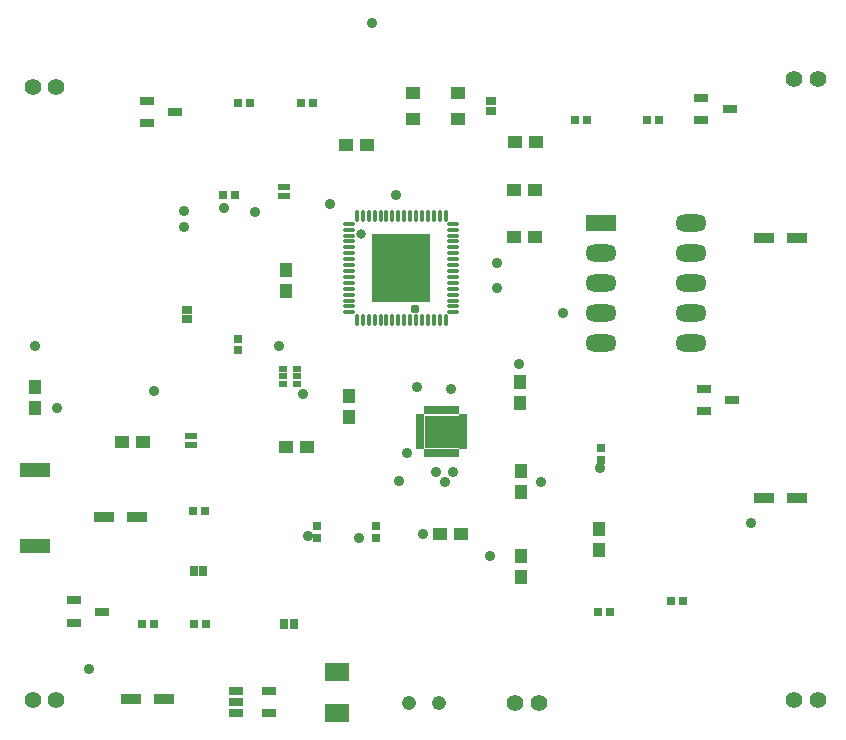
<source format=gts>
G04 Layer_Color=8388736*
%FSLAX25Y25*%
%MOIN*%
G70*
G01*
G75*
%ADD43R,0.04400X0.04600*%
%ADD44R,0.11230X0.10836*%
%ADD45R,0.01978X0.02569*%
%ADD46R,0.02569X0.01978*%
%ADD47R,0.02962X0.02569*%
%ADD48R,0.03947X0.02175*%
%ADD49R,0.02569X0.02962*%
%ADD50R,0.03356X0.02569*%
%ADD51R,0.03159X0.02175*%
%ADD52R,0.05128X0.04340*%
%ADD53R,0.04600X0.04400*%
%ADD54R,0.10049X0.04931*%
%ADD55O,0.03947X0.01584*%
%ADD56O,0.01584X0.03947*%
%ADD57R,0.19301X0.22844*%
%ADD58R,0.04537X0.02962*%
%ADD59R,0.02569X0.03356*%
%ADD60R,0.03100X0.03435*%
%ADD61R,0.06899X0.03750*%
%ADD62R,0.08474X0.06112*%
%ADD63R,0.04734X0.02962*%
%ADD64C,0.04757*%
%ADD65C,0.05600*%
%ADD66R,0.10443X0.05718*%
%ADD67O,0.10443X0.05718*%
%ADD68C,0.03600*%
%ADD69C,0.02569*%
%ADD70C,0.03200*%
%ADD71C,0.03100*%
D43*
X433000Y334000D02*
D03*
Y327000D02*
D03*
X433500Y276000D02*
D03*
Y269000D02*
D03*
Y304500D02*
D03*
Y297500D02*
D03*
X459500Y285000D02*
D03*
Y278000D02*
D03*
X355000Y371500D02*
D03*
Y364500D02*
D03*
X271500Y332500D02*
D03*
Y325500D02*
D03*
X376000Y329500D02*
D03*
Y322500D02*
D03*
D44*
X407000Y317500D02*
D03*
D45*
X402079Y324587D02*
D03*
X404047D02*
D03*
X406016D02*
D03*
X407984D02*
D03*
X409953D02*
D03*
X411921D02*
D03*
Y310413D02*
D03*
X409953D02*
D03*
X407984D02*
D03*
X406016D02*
D03*
X404047D02*
D03*
X402079D02*
D03*
D46*
X414087Y322421D02*
D03*
Y320453D02*
D03*
Y318484D02*
D03*
Y316516D02*
D03*
Y314547D02*
D03*
Y312579D02*
D03*
X399913D02*
D03*
Y314547D02*
D03*
Y316516D02*
D03*
Y318484D02*
D03*
Y320453D02*
D03*
Y322421D02*
D03*
D47*
X339000Y348469D02*
D03*
Y344532D02*
D03*
X365500Y285969D02*
D03*
Y282032D02*
D03*
X385000Y285969D02*
D03*
Y282032D02*
D03*
X460000Y311969D02*
D03*
Y308032D02*
D03*
D48*
X354500Y399000D02*
D03*
Y396000D02*
D03*
X323500Y316000D02*
D03*
Y313000D02*
D03*
D49*
X327937Y291000D02*
D03*
X324000D02*
D03*
X337969Y396500D02*
D03*
X334032D02*
D03*
X328437Y253500D02*
D03*
X324500D02*
D03*
X463000Y257500D02*
D03*
X459063D02*
D03*
X310969Y253500D02*
D03*
X307032D02*
D03*
X487437Y261000D02*
D03*
X483500D02*
D03*
X363969Y427000D02*
D03*
X360032D02*
D03*
X455469Y421500D02*
D03*
X451532D02*
D03*
X342969Y427000D02*
D03*
X339032D02*
D03*
X479469Y421500D02*
D03*
X475532D02*
D03*
D50*
X322000Y354925D02*
D03*
Y358075D02*
D03*
X423500Y424425D02*
D03*
Y427575D02*
D03*
D51*
X354000Y338500D02*
D03*
Y335941D02*
D03*
Y333382D02*
D03*
X358724D02*
D03*
Y335941D02*
D03*
Y338500D02*
D03*
D52*
X397520Y421669D02*
D03*
X412480D02*
D03*
X397520Y430331D02*
D03*
X412480D02*
D03*
D53*
X362000Y312500D02*
D03*
X355000D02*
D03*
X382000Y413000D02*
D03*
X375000D02*
D03*
X438000Y398000D02*
D03*
X431000D02*
D03*
X307500Y314000D02*
D03*
X300500D02*
D03*
X413500Y283500D02*
D03*
X406500D02*
D03*
X438000Y382500D02*
D03*
X431000D02*
D03*
X438500Y414000D02*
D03*
X431500D02*
D03*
D54*
X271500Y279402D02*
D03*
Y304598D02*
D03*
D55*
X376177Y386764D02*
D03*
Y384795D02*
D03*
Y382827D02*
D03*
Y380858D02*
D03*
Y378890D02*
D03*
Y376921D02*
D03*
Y374953D02*
D03*
Y372984D02*
D03*
Y371016D02*
D03*
Y369047D02*
D03*
Y367079D02*
D03*
Y365110D02*
D03*
Y363142D02*
D03*
Y361173D02*
D03*
Y359205D02*
D03*
Y357236D02*
D03*
X410823D02*
D03*
Y359205D02*
D03*
Y361173D02*
D03*
Y363142D02*
D03*
Y365110D02*
D03*
Y367079D02*
D03*
Y369047D02*
D03*
Y371016D02*
D03*
Y372984D02*
D03*
Y374953D02*
D03*
Y376921D02*
D03*
Y378890D02*
D03*
Y380858D02*
D03*
Y382827D02*
D03*
Y384795D02*
D03*
Y386764D02*
D03*
D56*
X378736Y354677D02*
D03*
X380705D02*
D03*
X382673D02*
D03*
X384642D02*
D03*
X386610D02*
D03*
X388579D02*
D03*
X390547D02*
D03*
X392516D02*
D03*
X394484D02*
D03*
X396453D02*
D03*
X398421D02*
D03*
X400390D02*
D03*
X402358D02*
D03*
X404327D02*
D03*
X406295D02*
D03*
X408264D02*
D03*
Y389323D02*
D03*
X406295D02*
D03*
X404327D02*
D03*
X402358D02*
D03*
X400390D02*
D03*
X398421D02*
D03*
X396453D02*
D03*
X394484D02*
D03*
X392516D02*
D03*
X390547D02*
D03*
X388579D02*
D03*
X386610D02*
D03*
X384642D02*
D03*
X382673D02*
D03*
X380705D02*
D03*
X378736D02*
D03*
D57*
X393500Y372000D02*
D03*
D58*
X293724Y257500D02*
D03*
X284276Y253760D02*
D03*
Y261240D02*
D03*
X503724Y328000D02*
D03*
X494276Y324260D02*
D03*
Y331740D02*
D03*
X318224Y424000D02*
D03*
X308776Y420260D02*
D03*
Y427740D02*
D03*
X503000Y425000D02*
D03*
X493551Y421260D02*
D03*
Y428740D02*
D03*
D59*
X324425Y271000D02*
D03*
X327575D02*
D03*
D60*
X357693Y253500D02*
D03*
X354307D02*
D03*
D61*
X314413Y228500D02*
D03*
X303587D02*
D03*
X525413Y295500D02*
D03*
X514587D02*
D03*
X305413Y289000D02*
D03*
X294587D02*
D03*
X525413Y382000D02*
D03*
X514587D02*
D03*
D62*
X372000Y237390D02*
D03*
Y223610D02*
D03*
D63*
X349500Y231000D02*
D03*
Y223520D02*
D03*
X338280D02*
D03*
Y227260D02*
D03*
Y231000D02*
D03*
D64*
X406000Y227000D02*
D03*
X396000D02*
D03*
D65*
X270626Y228000D02*
D03*
X278500D02*
D03*
X524500D02*
D03*
X532374D02*
D03*
X431500Y227000D02*
D03*
X439374D02*
D03*
X270626Y432500D02*
D03*
X278500D02*
D03*
X524500Y435000D02*
D03*
X532374D02*
D03*
D66*
X460000Y387000D02*
D03*
D67*
Y377000D02*
D03*
Y367000D02*
D03*
Y357000D02*
D03*
Y347000D02*
D03*
X490000Y387000D02*
D03*
Y377000D02*
D03*
Y367000D02*
D03*
Y357000D02*
D03*
Y347000D02*
D03*
D68*
X289500Y238500D02*
D03*
X362500Y282800D02*
D03*
X383865Y453665D02*
D03*
X321200Y391000D02*
D03*
X409953Y331800D02*
D03*
X432600Y339900D02*
D03*
X405200Y304000D02*
D03*
X392700Y301000D02*
D03*
X459700Y305200D02*
D03*
X395400Y310400D02*
D03*
X423200Y276000D02*
D03*
X407984Y300800D02*
D03*
X425300Y373800D02*
D03*
X440100Y300800D02*
D03*
X321200Y385800D02*
D03*
X391800Y396200D02*
D03*
X425300Y365500D02*
D03*
X271500Y345900D02*
D03*
X352900D02*
D03*
X379432Y282032D02*
D03*
X311000Y331000D02*
D03*
X369600Y393500D02*
D03*
X278600Y325500D02*
D03*
X360700Y330000D02*
D03*
X447479Y357000D02*
D03*
X400900Y283500D02*
D03*
X410700Y304000D02*
D03*
X344900Y390800D02*
D03*
X334500Y392000D02*
D03*
X398700Y332500D02*
D03*
X510000Y287000D02*
D03*
D69*
X409165Y315335D02*
D03*
X404835D02*
D03*
X409165Y319665D02*
D03*
X404835D02*
D03*
X387004Y380661D02*
D03*
X391335D02*
D03*
X395665D02*
D03*
X399996D02*
D03*
X387004Y376331D02*
D03*
X391335D02*
D03*
X395665D02*
D03*
X399996D02*
D03*
X387004Y372000D02*
D03*
X391335D02*
D03*
X395665D02*
D03*
X399996D02*
D03*
X387004Y367669D02*
D03*
X391335D02*
D03*
X395665D02*
D03*
X399996D02*
D03*
X387004Y363339D02*
D03*
X391335D02*
D03*
X395665D02*
D03*
X399996D02*
D03*
D70*
X380100Y383200D02*
D03*
D71*
X398000Y358500D02*
D03*
M02*

</source>
